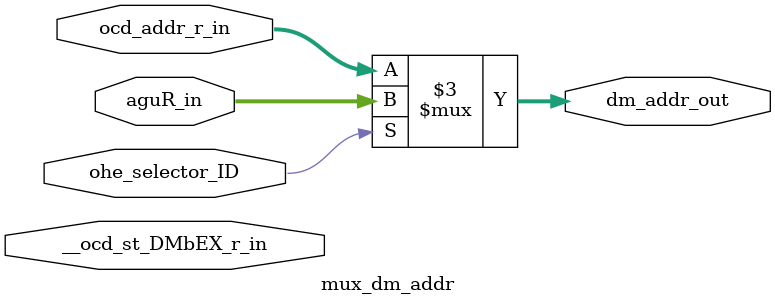
<source format=v>




`timescale 1ns/1ps

// module mux_dm_addr : mux_dm_addr
module mux_dm_addr
  ( input                    ohe_selector_ID,
    input                    __ocd_st_DMbEX_r_in, // bool
    input      signed [31:0] aguR_in, // w32
    input             [31:0] ocd_addr_r_in, // addr
    output reg        [31:0] dm_addr_out // addr
  );


  // synopsys dc_tcl_script_begin
  // set_ungroup [current_design]
  // synopsys dc_tcl_script_end
  always @ (*)

  begin : p_mux_dm_addr

    // dm_addr_out = 32'h0;

    // (dm_addr_copy0_ocd_addr_r___ocd_ld_DMbEX_r_EX_alw, dm_addr_copy0_ocd_addr_r___ocd_st_DMbEX_r_EX_alw)
    // [ocd.n:73]
    dm_addr_out = ocd_addr_r_in;
    if (__ocd_st_DMbEX_r_in)
    begin
      // [ocd.n:80]
      dm_addr_out = ocd_addr_r_in;
    end

    if (ohe_selector_ID) // (dm_addr_copy0_aguR_ID)
    begin
      // [ldst.n:58][ldst.n:95]
      dm_addr_out = $unsigned(aguR_in);
    end

  end

endmodule

</source>
